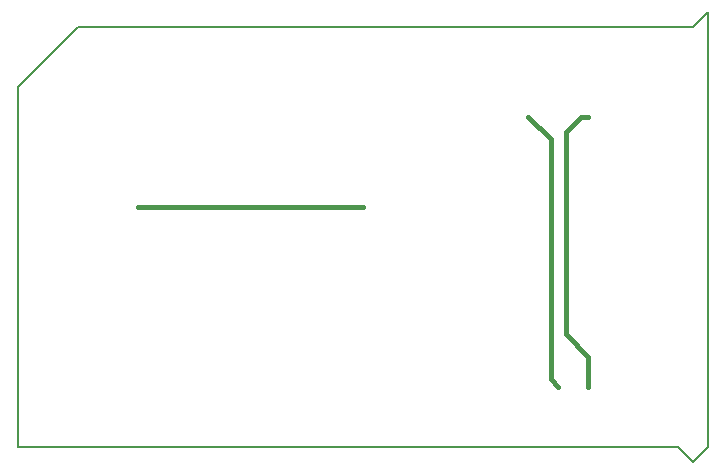
<source format=gbr>
G04 EAGLE Gerber RS-274X export*
G75*
%MOMM*%
%FSLAX34Y34*%
%LPD*%
%INBottom Copper*%
%IPPOS*%
%AMOC8*
5,1,8,0,0,1.08239X$1,22.5*%
G01*
%ADD10C,0.406400*%
%ADD11C,0.152400*%


D10*
X38100Y203200D02*
X228600Y203200D01*
X368300Y279400D02*
X387350Y260350D01*
X387350Y57172D01*
X393651Y50871D01*
X412750Y279400D02*
X419100Y279400D01*
X412750Y279400D02*
X400050Y266700D01*
X400050Y95250D01*
X419100Y76200D01*
X419100Y50920D01*
X419051Y50871D01*
D11*
X508000Y355600D02*
X12700Y355600D01*
X508000Y355600D02*
X520700Y368300D01*
X520700Y0D01*
X508000Y-12700D01*
X495300Y0D01*
X-63500Y0D01*
X-63500Y304800D01*
X-12700Y355600D01*
X12700Y355600D01*
M02*

</source>
